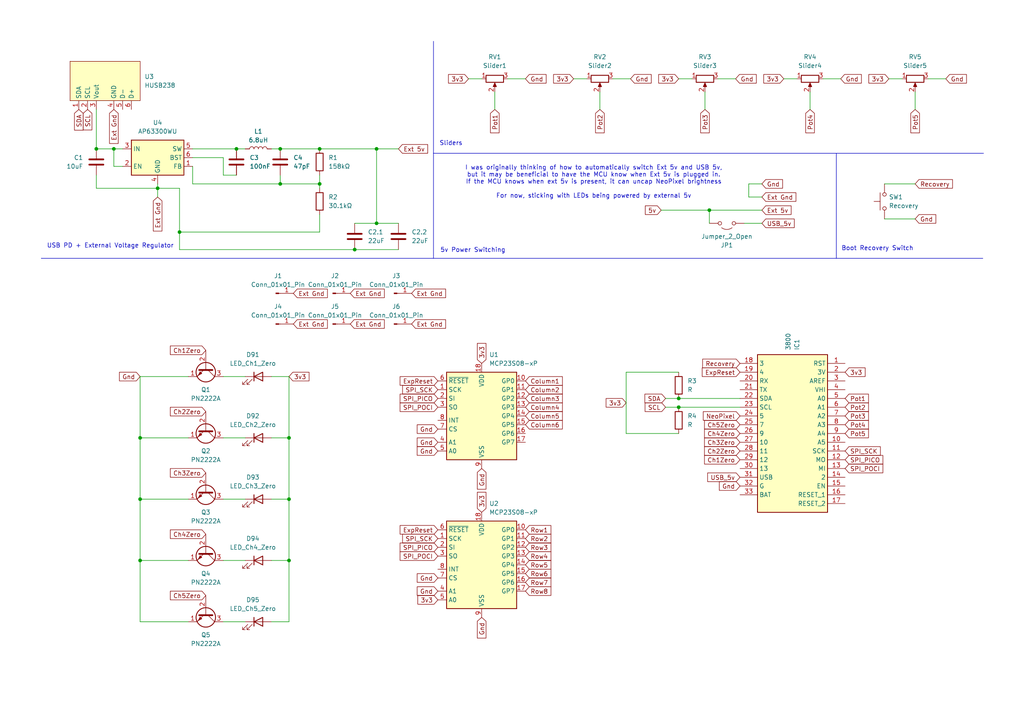
<source format=kicad_sch>
(kicad_sch (version 20231120) (generator "eeschema") (generator_version "8.0")
  (paper "A4")
  (lib_symbols
    (symbol "Connector:Conn_01x01_Pin" (pin_names (offset 1.016) hide)
      (property "Reference" "J" (at 0 2.54 0))
      (property "Value" "Conn_01x01_Pin" (at 0 -2.54 0))
      (symbol "Conn_01x01_Pin_1_1"
        (polyline (pts (xy 1.27 0) (xy 0.8636 0)) (stroke (width 0.1524)))
        (rectangle (start 0.8636 0.127) (end 0 -0.127) (stroke (width 0.1524)) (fill (type outline)))
        (pin passive line (at 5.08 0 180) (length 3.81) (name "Pin_1") (number "1"))
      )
    )
    (symbol "ControlMixer:AP63300WU"
      (property "Reference" "U" (at -7.62 6.35 0))
      (property "Value" "AP63300WU" (at 2.54 6.35 0))
      (symbol "AP63300WU_0_1"
        (rectangle (start -7.62 5.08) (end 7.62 -5.08) (stroke (width 0.254)) (fill (type background)))
      )
      (symbol "AP63300WU_1_1"
        (pin input line (at 10.16 -2.54 180) (length 2.54) (name "FB") (number "1"))
        (pin input line (at -10.16 -2.54 0) (length 2.54) (name "EN") (number "2"))
        (pin power_in line (at -10.16 2.54 0) (length 2.54) (name "IN") (number "3"))
        (pin power_in line (at 0 -7.62 90) (length 2.54) (name "GND") (number "4"))
        (pin output line (at 10.16 2.54 180) (length 2.54) (name "SW") (number "5"))
        (pin passive line (at 10.16 0 180) (length 2.54) (name "BST") (number "6"))
      )
    )
    (symbol "ControlMixer:Adafruit_HUSB238"
      (property "Reference" "U3" (at 11.43 -5.7149 0))
      (property "Value" "HUSB238" (at 11.43 -8.2549 0))
      (symbol "Adafruit_HUSB238_0_1"
        (rectangle (start -10.16 -1.27) (end 10.16 -12.7) (fill (type background)))
      )
      (symbol "Adafruit_HUSB238_1_1"
        (pin bidirectional line (at -7.62 -15.24 90) (length 2.54) (name "SDA") (number "1"))
        (pin input line (at -5.08 -15.24 90) (length 2.54) (name "SCL") (number "2"))
        (pin power_out line (at -2.54 -15.24 90) (length 2.54) (name "Vout") (number "3"))
        (pin power_in line (at 2.54 -15.24 90) (length 2.54) (name "GND") (number "4"))
        (pin bidirectional line (at 5.08 -15.24 90) (length 2.54) (name "D-") (number "5"))
        (pin bidirectional line (at 7.62 -15.24 90) (length 2.54) (name "D+") (number "6"))
      )
    )
    (symbol "ControlMixer:MCP23S08-xP"
      (property "Reference" "U" (at -8.89 13.97 0))
      (property "Value" "MCP23S08-xP" (at 8.89 13.97 0))
      (symbol "MCP23S08-xP_0_1"
        (rectangle (start -10.16 12.7) (end 10.16 -12.7) (stroke (width 0.254)) (fill (type background)))
      )
      (symbol "MCP23S08-xP_1_1"
        (pin input line (at -12.7 7.62 0) (length 2.54) (name "SCK") (number "1"))
        (pin bidirectional line (at 12.7 10.16 180) (length 2.54) (name "GP0") (number "10"))
        (pin bidirectional line (at 12.7 7.62 180) (length 2.54) (name "GP1") (number "11"))
        (pin bidirectional line (at 12.7 5.08 180) (length 2.54) (name "GP2") (number "12"))
        (pin bidirectional line (at 12.7 2.54 180) (length 2.54) (name "GP3") (number "13"))
        (pin bidirectional line (at 12.7 0 180) (length 2.54) (name "GP4") (number "14"))
        (pin bidirectional line (at 12.7 -2.54 180) (length 2.54) (name "GP5") (number "15"))
        (pin bidirectional line (at 12.7 -5.08 180) (length 2.54) (name "GP6") (number "16"))
        (pin bidirectional line (at 12.7 -7.62 180) (length 2.54) (name "GP7") (number "17"))
        (pin power_in line (at 0 15.24 270) (length 2.54) (name "VDD") (number "18"))
        (pin input line (at -12.7 5.08 0) (length 2.54) (name "SI") (number "2"))
        (pin output line (at -12.7 2.54 0) (length 2.54) (name "SO") (number "3"))
        (pin input line (at -12.7 -7.62 0) (length 2.54) (name "A1") (number "4"))
        (pin input line (at -12.7 -10.16 0) (length 2.54) (name "A0") (number "5"))
        (pin input line (at -12.7 10.16 0) (length 2.54) (name "~{RESET}") (number "6"))
        (pin input line (at -12.7 -3.81 0) (length 2.54) (name "CS") (number "7"))
        (pin output line (at -12.7 -1.27 0) (length 2.54) (name "INT") (number "8"))
        (pin power_in line (at 0 -15.24 90) (length 2.54) (name "VSS") (number "9"))
      )
    )
    (symbol "Device:C" (pin_numbers hide) (pin_names (offset 0.254))
      (property "Reference" "C" (at 0.635 2.54 0))
      (property "Value" "C" (at 0.635 -2.54 0))
      (symbol "C_0_1"
        (polyline (pts (xy -2.032 -0.762) (xy 2.032 -0.762)) (stroke (width 0.508)))
        (polyline (pts (xy -2.032 0.762) (xy 2.032 0.762)) (stroke (width 0.508)))
      )
      (symbol "C_1_1"
        (pin passive line (at 0 3.81 270) (length 2.794) (name "~") (number "1"))
        (pin passive line (at 0 -3.81 90) (length 2.794) (name "~") (number "2"))
      )
    )
    (symbol "Device:L" (pin_numbers hide) (pin_names (offset 1.016) hide)
      (property "Reference" "L" (at -1.27 0 90))
      (property "Value" "L" (at 1.905 0 90))
      (symbol "L_0_1"
        (arc (start 0 -2.54) (mid 0.6323 -1.905) (end 0 -1.27))
        (arc (start 0 -1.27) (mid 0.6323 -0.635) (end 0 0))
        (arc (start 0 0) (mid 0.6323 0.635) (end 0 1.27))
        (arc (start 0 1.27) (mid 0.6323 1.905) (end 0 2.54))
      )
      (symbol "L_1_1"
        (pin passive line (at 0 3.81 270) (length 1.27) (name "1") (number "1"))
        (pin passive line (at 0 -3.81 90) (length 1.27) (name "2") (number "2"))
      )
    )
    (symbol "Device:LED" (pin_numbers hide) (pin_names (offset 1.016) hide)
      (property "Reference" "D" (at 0 2.54 0))
      (property "Value" "LED" (at 0 -2.54 0))
      (symbol "LED_0_1"
        (polyline (pts (xy -1.27 -1.27) (xy -1.27 1.27)) (stroke (width 0.254)))
        (polyline (pts (xy -1.27 0) (xy 1.27 0)))
        (polyline (pts (xy 1.27 -1.27) (xy 1.27 1.27) (xy -1.27 0) (xy 1.27 -1.27)) (stroke (width 0.254)))
        (polyline (pts (xy -3.048 -0.762) (xy -4.572 -2.286) (xy -3.81 -2.286) (xy -4.572 -2.286) (xy -4.572 -1.524)))
        (polyline (pts (xy -1.778 -0.762) (xy -3.302 -2.286) (xy -2.54 -2.286) (xy -3.302 -2.286) (xy -3.302 -1.524)))
      )
      (symbol "LED_1_1"
        (pin passive line (at -3.81 0 0) (length 2.54) (name "K") (number "1"))
        (pin passive line (at 3.81 0 180) (length 2.54) (name "A") (number "2"))
      )
    )
    (symbol "Device:R" (pin_numbers hide) (pin_names (offset 0))
      (property "Reference" "R" (at 2.032 0 90))
      (property "Value" "R" (at 0 0 90))
      (symbol "R_0_1"
        (rectangle (start -1.016 -2.54) (end 1.016 2.54) (stroke (width 0.254)))
      )
      (symbol "R_1_1"
        (pin passive line (at 0 3.81 270) (length 1.27) (name "~") (number "1"))
        (pin passive line (at 0 -3.81 90) (length 1.27) (name "~") (number "2"))
      )
    )
    (symbol "Device:R_Potentiometer" (pin_names (offset 1.016) hide)
      (property "Reference" "RV" (at -4.445 0 90))
      (property "Value" "R_Potentiometer" (at -2.54 0 90))
      (symbol "R_Potentiometer_0_1"
        (polyline (pts (xy 2.54 0) (xy 1.524 0)))
        (polyline (pts (xy 1.143 0) (xy 2.286 0.508) (xy 2.286 -0.508) (xy 1.143 0)) (fill (type outline)))
        (rectangle (start 1.016 2.54) (end -1.016 -2.54) (stroke (width 0.254)))
      )
      (symbol "R_Potentiometer_1_1"
        (pin passive line (at 0 3.81 270) (length 1.27) (name "1") (number "1"))
        (pin passive line (at 3.81 0 180) (length 1.27) (name "2") (number "2"))
        (pin passive line (at 0 -3.81 90) (length 1.27) (name "3") (number "3"))
      )
    )
    (symbol "Jumper:Jumper_2_Open" (pin_numbers hide) (pin_names (offset 0) hide) (exclude_from_sim yes)
      (property "Reference" "JP" (at 0 2.794 0))
      (property "Value" "Jumper_2_Open" (at 0 -2.286 0))
      (symbol "Jumper_2_Open_0_0"
        (circle (center -2.032 0) (radius 0.508))
        (circle (center 2.032 0) (radius 0.508))
      )
      (symbol "Jumper_2_Open_0_1"
        (arc (start 1.524 1.27) (mid 0 1.778) (end -1.524 1.27))
      )
      (symbol "Jumper_2_Open_1_1"
        (pin passive line (at -5.08 0 0) (length 2.54) (name "A") (number "1"))
        (pin passive line (at 5.08 0 180) (length 2.54) (name "B") (number "2"))
      )
    )
    (symbol "SamacSys_Parts:3800"
      (property "Reference" "IC" (at 26.67 7.62 0))
      (property "Value" "3800" (at 26.67 5.08 0))
      (symbol "3800_1_1"
        (rectangle (start 5.08 2.54) (end 25.4 -43.18) (stroke (width 0.254)) (fill (type background)))
        (pin passive line (at 0 0 0) (length 5.08) (name "RST") (number "1"))
        (pin passive line (at 0 -22.86 0) (length 5.08) (name "A5") (number "10"))
        (pin passive line (at 0 -25.4 0) (length 5.08) (name "SCK") (number "11"))
        (pin passive line (at 0 -27.94 0) (length 5.08) (name "MO") (number "12"))
        (pin passive line (at 0 -30.48 0) (length 5.08) (name "MI") (number "13"))
        (pin passive line (at 0 -33.02 0) (length 5.08) (name "2") (number "14"))
        (pin passive line (at 0 -35.56 0) (length 5.08) (name "EN") (number "15"))
        (pin passive line (at 0 -38.1 0) (length 5.08) (name "RESET_1") (number "16"))
        (pin passive line (at 0 -40.64 0) (length 5.08) (name "RESET_2") (number "17"))
        (pin passive line (at 30.48 0 180) (length 5.08) (name "3") (number "18"))
        (pin passive line (at 30.48 -2.54 180) (length 5.08) (name "4") (number "19"))
        (pin passive line (at 0 -2.54 0) (length 5.08) (name "3V") (number "2"))
        (pin passive line (at 30.48 -5.08 180) (length 5.08) (name "RX") (number "20"))
        (pin passive line (at 30.48 -7.62 180) (length 5.08) (name "TX") (number "21"))
        (pin passive line (at 30.48 -10.16 180) (length 5.08) (name "SDA") (number "22"))
        (pin passive line (at 30.48 -12.7 180) (length 5.08) (name "SCL") (number "23"))
        (pin passive line (at 30.48 -15.24 180) (length 5.08) (name "5") (number "24"))
        (pin passive line (at 30.48 -17.78 180) (length 5.08) (name "7") (number "25"))
        (pin passive line (at 30.48 -20.32 180) (length 5.08) (name "9") (number "26"))
        (pin passive line (at 30.48 -22.86 180) (length 5.08) (name "10") (number "27"))
        (pin passive line (at 30.48 -25.4 180) (length 5.08) (name "11") (number "28"))
        (pin passive line (at 30.48 -27.94 180) (length 5.08) (name "12") (number "29"))
        (pin passive line (at 0 -5.08 0) (length 5.08) (name "AREF") (number "3"))
        (pin passive line (at 30.48 -30.48 180) (length 5.08) (name "13") (number "30"))
        (pin passive line (at 30.48 -33.02 180) (length 5.08) (name "USB") (number "31"))
        (pin passive line (at 30.48 -35.56 180) (length 5.08) (name "G") (number "32"))
        (pin passive line (at 30.48 -38.1 180) (length 5.08) (name "BAT") (number "33"))
        (pin passive line (at 0 -7.62 0) (length 5.08) (name "VHI") (number "4"))
        (pin passive line (at 0 -10.16 0) (length 5.08) (name "A0") (number "5"))
        (pin passive line (at 0 -12.7 0) (length 5.08) (name "A1") (number "6"))
        (pin passive line (at 0 -15.24 0) (length 5.08) (name "A2") (number "7"))
        (pin passive line (at 0 -17.78 0) (length 5.08) (name "A3") (number "8"))
        (pin passive line (at 0 -20.32 0) (length 5.08) (name "A4") (number "9"))
      )
    )
    (symbol "Switch:SW_Push" (pin_numbers hide) (pin_names (offset 1.016) hide)
      (property "Reference" "SW" (at 1.27 2.54 0))
      (property "Value" "SW_Push" (at 0 -1.524 0))
      (symbol "SW_Push_0_1"
        (circle (center -2.032 0) (radius 0.508))
        (polyline (pts (xy 0 1.27) (xy 0 3.048)))
        (polyline (pts (xy 2.54 1.27) (xy -2.54 1.27)))
        (circle (center 2.032 0) (radius 0.508))
        (pin passive line (at -5.08 0 0) (length 2.54) (name "1") (number "1"))
        (pin passive line (at 5.08 0 180) (length 2.54) (name "2") (number "2"))
      )
    )
    (symbol "Transistor_BJT:PN2222A" (pin_names (offset 0) hide)
      (property "Reference" "Q" (at 5.08 1.905 0))
      (property "Value" "PN2222A" (at 5.08 0 0))
      (symbol "PN2222A_0_1"
        (polyline (pts (xy 0 0) (xy 0.635 0)))
        (polyline (pts (xy 2.54 -2.54) (xy 0.635 -0.635)))
        (polyline (pts (xy 2.54 2.54) (xy 0.635 0.635)))
        (polyline (pts (xy 0.635 1.905) (xy 0.635 -1.905) (xy 0.635 -1.905)) (stroke (width 0.508)))
        (polyline (pts (xy 2.413 -2.413) (xy 1.905 -1.905) (xy 1.905 -1.905)))
        (polyline (pts (xy 1.143 -1.651) (xy 1.651 -1.143) (xy 2.159 -2.159) (xy 1.143 -1.651) (xy 1.143 -1.651)) (fill (type outline)))
        (circle (center 1.27 0) (radius 2.8194) (stroke (width 0.254)))
      )
      (symbol "PN2222A_1_1"
        (pin passive line (at 2.54 -5.08 90) (length 2.54) (name "E") (number "1"))
        (pin input line (at -5.08 0 0) (length 5.08) (name "B") (number "2"))
        (pin passive line (at 2.54 5.08 270) (length 2.54) (name "C") (number "3"))
      )
    )
  )
  (junction (at 109.22 43.18))
  (junction (at 109.22 64.77))
  (junction (at 33.02 43.18))
  (junction (at 81.28 53.34))
  (junction (at 68.58 43.18))
  (junction (at 83.82 162.56))
  (junction (at 102.87 72.39))
  (junction (at 92.71 43.18))
  (junction (at 196.85 115.57))
  (junction (at 83.82 144.78))
  (junction (at 40.64 144.78))
  (junction (at 83.82 127))
  (junction (at 52.07 67.31))
  (junction (at 27.94 43.18))
  (junction (at 196.85 118.11))
  (junction (at 45.72 54.61))
  (junction (at 40.64 127))
  (junction (at 205.74 60.96))
  (junction (at 81.28 43.18))
  (junction (at 40.64 162.56))
  (junction (at 92.71 53.34))
  (wire (pts (xy 135.89 22.86) (xy 139.7 22.86)))
  (wire (pts (xy 78.74 43.18) (xy 81.28 43.18)))
  (wire (pts (xy 35.56 48.26) (xy 33.02 48.26)))
  (wire (pts (xy 265.43 53.34) (xy 256.54 53.34)))
  (wire (pts (xy 52.07 54.61) (xy 45.72 54.61)))
  (wire (pts (xy 234.95 26.67) (xy 234.95 31.75)))
  (wire (pts (xy 40.64 144.78) (xy 40.64 162.56)))
  (wire (pts (xy 205.74 60.96) (xy 205.74 64.77)))
  (wire (pts (xy 83.82 162.56) (xy 83.82 180.34)))
  (polyline (pts (xy 12.0195 74.8846) (xy 12.0195 74.93)))
  (wire (pts (xy 217.17 57.15) (xy 220.98 57.15)))
  (wire (pts (xy 147.32 22.86) (xy 152.4 22.86)))
  (wire (pts (xy 40.64 162.56) (xy 54.61 162.56)))
  (wire (pts (xy 52.07 67.31) (xy 52.07 54.61)))
  (wire (pts (xy 81.28 53.34) (xy 92.71 53.34)))
  (wire (pts (xy 78.74 109.22) (xy 83.82 109.22)))
  (wire (pts (xy 40.64 127) (xy 54.61 127)))
  (polyline (pts (xy 285.2678 44.45) (xy 125.73 44.45)))
  (wire (pts (xy 92.71 43.18) (xy 109.22 43.18)))
  (wire (pts (xy 52.07 72.39) (xy 52.07 67.31)))
  (wire (pts (xy 83.82 180.34) (xy 78.74 180.34)))
  (wire (pts (xy 191.77 60.96) (xy 205.74 60.96)))
  (wire (pts (xy 109.22 43.18) (xy 109.22 64.77)))
  (wire (pts (xy 83.82 127) (xy 83.82 144.78)))
  (wire (pts (xy 40.64 109.22) (xy 40.64 127)))
  (wire (pts (xy 27.94 31.75) (xy 27.94 43.18)))
  (wire (pts (xy 40.64 180.34) (xy 54.61 180.34)))
  (wire (pts (xy 55.88 43.18) (xy 68.58 43.18)))
  (wire (pts (xy 238.76 22.86) (xy 243.84 22.86)))
  (wire (pts (xy 64.77 144.78) (xy 71.12 144.78)))
  (wire (pts (xy 81.28 43.18) (xy 92.71 43.18)))
  (polyline (pts (xy 242.57 74.93) (xy 285.0695 74.93)))
  (wire (pts (xy 205.74 60.96) (xy 220.98 60.96)))
  (wire (pts (xy 193.04 115.57) (xy 196.85 115.57)))
  (wire (pts (xy 269.24 22.86) (xy 274.32 22.86)))
  (polyline (pts (xy 125.73 74.93) (xy 12.0195 74.93)))
  (wire (pts (xy 64.77 50.8) (xy 68.58 50.8)))
  (wire (pts (xy 40.64 144.78) (xy 54.61 144.78)))
  (wire (pts (xy 102.87 72.39) (xy 52.07 72.39)))
  (wire (pts (xy 92.71 62.23) (xy 92.71 67.31)))
  (wire (pts (xy 173.99 26.67) (xy 173.99 31.75)))
  (wire (pts (xy 208.28 22.86) (xy 213.36 22.86)))
  (wire (pts (xy 166.37 22.86) (xy 170.18 22.86)))
  (wire (pts (xy 83.82 144.78) (xy 83.82 162.56)))
  (wire (pts (xy 27.94 50.8) (xy 27.94 54.61)))
  (wire (pts (xy 64.77 162.56) (xy 71.12 162.56)))
  (wire (pts (xy 143.51 26.67) (xy 143.51 31.75)))
  (wire (pts (xy 92.71 53.34) (xy 92.71 54.61)))
  (wire (pts (xy 55.88 53.34) (xy 81.28 53.34)))
  (wire (pts (xy 83.82 109.22) (xy 83.82 127)))
  (wire (pts (xy 217.17 53.34) (xy 217.17 57.15)))
  (wire (pts (xy 265.43 26.67) (xy 265.43 31.75)))
  (wire (pts (xy 45.72 54.61) (xy 45.72 53.34)))
  (wire (pts (xy 55.88 48.26) (xy 55.88 53.34)))
  (wire (pts (xy 64.77 109.22) (xy 71.12 109.22)))
  (wire (pts (xy 193.04 118.11) (xy 196.85 118.11)))
  (polyline (pts (xy 125.73 74.93) (xy 242.57 74.93)))
  (wire (pts (xy 64.77 45.72) (xy 64.77 50.8)))
  (wire (pts (xy 177.8 22.86) (xy 182.88 22.86)))
  (wire (pts (xy 196.85 115.57) (xy 214.63 115.57)))
  (wire (pts (xy 196.85 125.73) (xy 181.61 125.73)))
  (wire (pts (xy 33.02 43.18) (xy 35.56 43.18)))
  (wire (pts (xy 71.12 43.18) (xy 68.58 43.18)))
  (wire (pts (xy 64.77 127) (xy 71.12 127)))
  (wire (pts (xy 227.33 22.86) (xy 231.14 22.86)))
  (wire (pts (xy 220.98 53.34) (xy 217.17 53.34)))
  (wire (pts (xy 33.02 48.26) (xy 33.02 43.18)))
  (wire (pts (xy 196.85 118.11) (xy 214.63 118.11)))
  (wire (pts (xy 92.71 50.8) (xy 92.71 53.34)))
  (wire (pts (xy 78.74 127) (xy 83.82 127)))
  (wire (pts (xy 27.94 54.61) (xy 45.72 54.61)))
  (wire (pts (xy 27.94 43.18) (xy 33.02 43.18)))
  (wire (pts (xy 181.61 107.95) (xy 196.85 107.95)))
  (wire (pts (xy 78.74 162.56) (xy 83.82 162.56)))
  (wire (pts (xy 81.28 50.8) (xy 81.28 53.34)))
  (wire (pts (xy 102.87 72.39) (xy 115.57 72.39)))
  (wire (pts (xy 196.85 22.86) (xy 200.66 22.86)))
  (wire (pts (xy 181.61 107.95) (xy 181.61 125.73)))
  (polyline (pts (xy 125.73 11.9737) (xy 125.73 44.45)))
  (wire (pts (xy 40.64 109.22) (xy 54.61 109.22)))
  (polyline (pts (xy 242.57 44.45) (xy 242.57 74.93)))
  (wire (pts (xy 257.81 22.86) (xy 261.62 22.86)))
  (wire (pts (xy 256.54 63.5) (xy 265.43 63.5)))
  (wire (pts (xy 109.22 43.18) (xy 115.57 43.18)))
  (polyline (pts (xy 125.73 44.45) (xy 125.73 74.93)))
  (wire (pts (xy 92.71 67.31) (xy 52.07 67.31)))
  (wire (pts (xy 109.22 64.77) (xy 115.57 64.77)))
  (wire (pts (xy 204.47 26.67) (xy 204.47 31.75)))
  (wire (pts (xy 40.64 162.56) (xy 40.64 180.34)))
  (wire (pts (xy 55.88 45.72) (xy 64.77 45.72)))
  (wire (pts (xy 78.74 144.78) (xy 83.82 144.78)))
  (wire (pts (xy 40.64 127) (xy 40.64 144.78)))
  (wire (pts (xy 215.9 64.77) (xy 220.98 64.77)))
  (wire (pts (xy 45.72 57.15) (xy 45.72 54.61)))
  (wire (pts (xy 102.87 64.77) (xy 109.22 64.77)))
  (wire (pts (xy 64.77 180.34) (xy 71.12 180.34)))
  (text "Sliders" (at 130.81 41.656 0) (effects (font (size 1.27 1.27))))
  (text "Boot Recovery Switch" (at 254.508 72.136 0) (effects (font (size 1.27 1.27))))
  (text "I was originally thinking of how to automatically switch Ext 5v and USB 5v,\nbut it may be beneficial to have the MCU know when Ext 5v is plugged in.\nIf the MCU knows when ext 5v is present, it can uncap NeoPixel brightness\n\nFor now, sticking with LEDs being powered by external 5v" (at 172.212 52.832 0) (effects (font (size 1.27 1.27))))
  (text "5v Power Switching" (at 137.16 72.644 0) (effects (font (size 1.27 1.27))))
  (text "USB PD + External Voltage Regulator" (at 32.004 71.374 0) (effects (font (size 1.27 1.27))))
  (global_label "Gnd" (shape input) (at 243.84 22.86 0) (property "Intersheetrefs" "${INTERSHEET_REFS}" (effects (hide yes))))
  (global_label "SPI_POCI" (shape input) (at 127 118.11 180) (property "Intersheetrefs" "${INTERSHEET_REFS}" (effects (hide yes))))
  (global_label "Row5" (shape input) (at 152.4 163.83 0) (property "Intersheetrefs" "${INTERSHEET_REFS}" (effects (hide yes))))
  (global_label "Pot5" (shape input) (at 265.43 31.75 270) (property "Intersheetrefs" "${INTERSHEET_REFS}" (effects (hide yes))))
  (global_label "Column3" (shape input) (at 152.4 115.57 0) (property "Intersheetrefs" "${INTERSHEET_REFS}" (effects (hide yes))))
  (global_label "Ch2Zero" (shape input) (at 214.63 130.81 180) (property "Intersheetrefs" "${INTERSHEET_REFS}" (effects (hide yes))))
  (global_label "Pot3" (shape input) (at 245.11 120.65 0) (property "Intersheetrefs" "${INTERSHEET_REFS}" (effects (hide yes))))
  (global_label "SPI_SCK" (shape input) (at 127 113.03 180) (property "Intersheetrefs" "${INTERSHEET_REFS}" (effects (hide yes))))
  (global_label "Ext Gnd" (shape input) (at 45.72 57.15 270) (property "Intersheetrefs" "${INTERSHEET_REFS}" (effects (hide yes))))
  (global_label "Pot4" (shape input) (at 245.11 123.19 0) (property "Intersheetrefs" "${INTERSHEET_REFS}" (effects (hide yes))))
  (global_label "5v" (shape input) (at 191.77 60.96 180) (property "Intersheetrefs" "${INTERSHEET_REFS}" (effects (hide yes))))
  (global_label "NeoPixel" (shape input) (at 214.63 120.65 180) (property "Intersheetrefs" "${INTERSHEET_REFS}" (effects (hide yes))))
  (global_label "Ext Gnd" (shape input) (at 33.02 31.75 270) (property "Intersheetrefs" "${INTERSHEET_REFS}" (effects (hide yes))))
  (global_label "ExpReset" (shape input) (at 127 153.67 180) (property "Intersheetrefs" "${INTERSHEET_REFS}" (effects (hide yes))))
  (global_label "Ch2Zero" (shape input) (at 59.69 119.38 180) (property "Intersheetrefs" "${INTERSHEET_REFS}" (effects (hide yes))))
  (global_label "Ext Gnd" (shape input) (at 85.09 93.98 0) (property "Intersheetrefs" "${INTERSHEET_REFS}" (effects (hide yes))))
  (global_label "Gnd" (shape input) (at 127 130.81 180) (property "Intersheetrefs" "${INTERSHEET_REFS}" (effects (hide yes))))
  (global_label "SCL" (shape input) (at 193.04 118.11 180) (property "Intersheetrefs" "${INTERSHEET_REFS}" (effects (hide yes))))
  (global_label "Ext Gnd" (shape input) (at 119.38 85.09 0) (property "Intersheetrefs" "${INTERSHEET_REFS}" (effects (hide yes))))
  (global_label "Gnd" (shape input) (at 265.43 63.5 0) (property "Intersheetrefs" "${INTERSHEET_REFS}" (effects (hide yes))))
  (global_label "SPI_PICO" (shape input) (at 127 115.57 180) (property "Intersheetrefs" "${INTERSHEET_REFS}" (effects (hide yes))))
  (global_label "Row2" (shape input) (at 152.4 156.21 0) (property "Intersheetrefs" "${INTERSHEET_REFS}" (effects (hide yes))))
  (global_label "Pot3" (shape input) (at 204.47 31.75 270) (property "Intersheetrefs" "${INTERSHEET_REFS}" (effects (hide yes))))
  (global_label "3v3" (shape input) (at 227.33 22.86 180) (property "Intersheetrefs" "${INTERSHEET_REFS}" (effects (hide yes))))
  (global_label "Column4" (shape input) (at 152.4 118.11 0) (property "Intersheetrefs" "${INTERSHEET_REFS}" (effects (hide yes))))
  (global_label "Pot2" (shape input) (at 245.11 118.11 0) (property "Intersheetrefs" "${INTERSHEET_REFS}" (effects (hide yes))))
  (global_label "Gnd" (shape input) (at 139.7 135.89 270) (property "Intersheetrefs" "${INTERSHEET_REFS}" (effects (hide yes))))
  (global_label "Row8" (shape input) (at 152.4 171.45 0) (property "Intersheetrefs" "${INTERSHEET_REFS}" (effects (hide yes))))
  (global_label "Gnd" (shape input) (at 152.4 22.86 0) (property "Intersheetrefs" "${INTERSHEET_REFS}" (effects (hide yes))))
  (global_label "Column2" (shape input) (at 152.4 113.03 0) (property "Intersheetrefs" "${INTERSHEET_REFS}" (effects (hide yes))))
  (global_label "Gnd" (shape input) (at 127 124.46 180) (property "Intersheetrefs" "${INTERSHEET_REFS}" (effects (hide yes))))
  (global_label "USB_5v" (shape input) (at 214.63 138.43 180) (property "Intersheetrefs" "${INTERSHEET_REFS}" (effects (hide yes))))
  (global_label "Gnd" (shape input) (at 40.64 109.22 180) (property "Intersheetrefs" "${INTERSHEET_REFS}" (effects (hide yes))))
  (global_label "Pot1" (shape input) (at 245.11 115.57 0) (property "Intersheetrefs" "${INTERSHEET_REFS}" (effects (hide yes))))
  (global_label "SPI_POCI" (shape input) (at 127 161.29 180) (property "Intersheetrefs" "${INTERSHEET_REFS}" (effects (hide yes))))
  (global_label "SCL" (shape input) (at 25.4 31.75 270) (property "Intersheetrefs" "${INTERSHEET_REFS}" (effects (hide yes))))
  (global_label "Row7" (shape input) (at 152.4 168.91 0) (property "Intersheetrefs" "${INTERSHEET_REFS}" (effects (hide yes))))
  (global_label "Pot5" (shape input) (at 245.11 125.73 0) (property "Intersheetrefs" "${INTERSHEET_REFS}" (effects (hide yes))))
  (global_label "Column1" (shape input) (at 152.4 110.49 0) (property "Intersheetrefs" "${INTERSHEET_REFS}" (effects (hide yes))))
  (global_label "Gnd" (shape input) (at 274.32 22.86 0) (property "Intersheetrefs" "${INTERSHEET_REFS}" (effects (hide yes))))
  (global_label "Ch1Zero" (shape input) (at 214.63 133.35 180) (property "Intersheetrefs" "${INTERSHEET_REFS}" (effects (hide yes))))
  (global_label "Gnd" (shape input) (at 220.98 53.34 0) (property "Intersheetrefs" "${INTERSHEET_REFS}" (effects (hide yes))))
  (global_label "SPI_SCK" (shape input) (at 127 156.21 180) (property "Intersheetrefs" "${INTERSHEET_REFS}" (effects (hide yes))))
  (global_label "Gnd" (shape input) (at 182.88 22.86 0) (property "Intersheetrefs" "${INTERSHEET_REFS}" (effects (hide yes))))
  (global_label "Ext Gnd" (shape input) (at 101.6 93.98 0) (property "Intersheetrefs" "${INTERSHEET_REFS}" (effects (hide yes))))
  (global_label "Ext Gnd" (shape input) (at 119.38 93.98 0) (property "Intersheetrefs" "${INTERSHEET_REFS}" (effects (hide yes))))
  (global_label "Ch3Zero" (shape input) (at 214.63 128.27 180) (property "Intersheetrefs" "${INTERSHEET_REFS}" (effects (hide yes))))
  (global_label "3v3" (shape input) (at 139.7 105.41 90) (property "Intersheetrefs" "${INTERSHEET_REFS}" (effects (hide yes))))
  (global_label "3v3" (shape input) (at 245.11 107.95 0) (property "Intersheetrefs" "${INTERSHEET_REFS}" (effects (hide yes))))
  (global_label "Ch4Zero" (shape input) (at 214.63 125.73 180) (property "Intersheetrefs" "${INTERSHEET_REFS}" (effects (hide yes))))
  (global_label "3v3" (shape input) (at 166.37 22.86 180) (property "Intersheetrefs" "${INTERSHEET_REFS}" (effects (hide yes))))
  (global_label "Recovery" (shape input) (at 214.63 105.41 180) (property "Intersheetrefs" "${INTERSHEET_REFS}" (effects (hide yes))))
  (global_label "Row1" (shape input) (at 152.4 153.67 0) (property "Intersheetrefs" "${INTERSHEET_REFS}" (effects (hide yes))))
  (global_label "Recovery" (shape input) (at 265.43 53.34 0) (property "Intersheetrefs" "${INTERSHEET_REFS}" (effects (hide yes))))
  (global_label "3v3" (shape input) (at 196.85 22.86 180) (property "Intersheetrefs" "${INTERSHEET_REFS}" (effects (hide yes))))
  (global_label "3v3" (shape input) (at 139.7 148.59 90) (property "Intersheetrefs" "${INTERSHEET_REFS}" (effects (hide yes))))
  (global_label "3v3" (shape input) (at 181.61 116.84 180) (property "Intersheetrefs" "${INTERSHEET_REFS}" (effects (hide yes))))
  (global_label "SDA" (shape input) (at 22.86 31.75 270) (property "Intersheetrefs" "${INTERSHEET_REFS}" (effects (hide yes))))
  (global_label "USB_5v" (shape input) (at 220.98 64.77 0) (property "Intersheetrefs" "${INTERSHEET_REFS}" (effects (hide yes))))
  (global_label "Column6" (shape input) (at 152.4 123.19 0) (property "Intersheetrefs" "${INTERSHEET_REFS}" (effects (hide yes))))
  (global_label "Ch4Zero" (shape input) (at 59.69 154.94 180) (property "Intersheetrefs" "${INTERSHEET_REFS}" (effects (hide yes))))
  (global_label "Gnd" (shape input) (at 139.7 179.07 270) (property "Intersheetrefs" "${INTERSHEET_REFS}" (effects (hide yes))))
  (global_label "Pot1" (shape input) (at 143.51 31.75 270) (property "Intersheetrefs" "${INTERSHEET_REFS}" (effects (hide yes))))
  (global_label "ExpReset" (shape input) (at 214.63 107.95 180) (property "Intersheetrefs" "${INTERSHEET_REFS}" (effects (hide yes))))
  (global_label "3v3" (shape input) (at 257.81 22.86 180) (property "Intersheetrefs" "${INTERSHEET_REFS}" (effects (hide yes))))
  (global_label "Gnd" (shape input) (at 213.36 22.86 0) (property "Intersheetrefs" "${INTERSHEET_REFS}" (effects (hide yes))))
  (global_label "SPI_POCI" (shape input) (at 245.11 135.89 0) (property "Intersheetrefs" "${INTERSHEET_REFS}" (effects (hide yes))))
  (global_label "Pot4" (shape input) (at 234.95 31.75 270) (property "Intersheetrefs" "${INTERSHEET_REFS}" (effects (hide yes))))
  (global_label "Gnd" (shape input) (at 127 128.27 180) (property "Intersheetrefs" "${INTERSHEET_REFS}" (effects (hide yes))))
  (global_label "Gnd" (shape input) (at 127 171.45 180) (property "Intersheetrefs" "${INTERSHEET_REFS}" (effects (hide yes))))
  (global_label "3v3" (shape input) (at 83.82 109.22 0) (property "Intersheetrefs" "${INTERSHEET_REFS}" (effects (hide yes))))
  (global_label "3v3" (shape input) (at 127 173.99 180) (property "Intersheetrefs" "${INTERSHEET_REFS}" (effects (hide yes))))
  (global_label "Row4" (shape input) (at 152.4 161.29 0) (property "Intersheetrefs" "${INTERSHEET_REFS}" (effects (hide yes))))
  (global_label "ExpReset" (shape input) (at 127 110.49 180) (property "Intersheetrefs" "${INTERSHEET_REFS}" (effects (hide yes))))
  (global_label "Row3" (shape input) (at 152.4 158.75 0) (property "Intersheetrefs" "${INTERSHEET_REFS}" (effects (hide yes))))
  (global_label "Gnd" (shape input) (at 127 167.64 180) (property "Intersheetrefs" "${INTERSHEET_REFS}" (effects (hide yes))))
  (global_label "3v3" (shape input) (at 135.89 22.86 180) (property "Intersheetrefs" "${INTERSHEET_REFS}" (effects (hide yes))))
  (global_label "Gnd" (shape input) (at 214.63 140.97 180) (property "Intersheetrefs" "${INTERSHEET_REFS}" (effects (hide yes))))
  (global_label "Ext Gnd" (shape input) (at 220.98 57.15 0) (property "Intersheetrefs" "${INTERSHEET_REFS}" (effects (hide yes))))
  (global_label "SPI_PICO" (shape input) (at 127 158.75 180) (property "Intersheetrefs" "${INTERSHEET_REFS}" (effects (hide yes))))
  (global_label "Ch1Zero" (shape input) (at 59.69 101.6 180) (property "Intersheetrefs" "${INTERSHEET_REFS}" (effects (hide yes))))
  (global_label "Ch5Zero" (shape input) (at 59.69 172.72 180) (property "Intersheetrefs" "${INTERSHEET_REFS}" (effects (hide yes))))
  (global_label "Ext Gnd" (shape input) (at 85.09 85.09 0) (property "Intersheetrefs" "${INTERSHEET_REFS}" (effects (hide yes))))
  (global_label "Ch5Zero" (shape input) (at 214.63 123.19 180) (property "Intersheetrefs" "${INTERSHEET_REFS}" (effects (hide yes))))
  (global_label "SPI_SCK" (shape input) (at 245.11 130.81 0) (property "Intersheetrefs" "${INTERSHEET_REFS}" (effects (hide yes))))
  (global_label "Ext 5v" (shape input) (at 220.98 60.96 0) (property "Intersheetrefs" "${INTERSHEET_REFS}" (effects (hide yes))))
  (global_label "SDA" (shape input) (at 193.04 115.57 180) (property "Intersheetrefs" "${INTERSHEET_REFS}" (effects (hide yes))))
  (global_label "Ext 5v" (shape input) (at 115.57 43.18 0) (property "Intersheetrefs" "${INTERSHEET_REFS}" (effects (hide yes))))
  (global_label "Column5" (shape input) (at 152.4 120.65 0) (property "Intersheetrefs" "${INTERSHEET_REFS}" (effects (hide yes))))
  (global_label "Pot2" (shape input) (at 173.99 31.75 270) (property "Intersheetrefs" "${INTERSHEET_REFS}" (effects (hide yes))))
  (global_label "Ext Gnd" (shape input) (at 101.6 85.09 0) (property "Intersheetrefs" "${INTERSHEET_REFS}" (effects (hide yes))))
  (global_label "Ch3Zero" (shape input) (at 59.69 137.16 180) (property "Intersheetrefs" "${INTERSHEET_REFS}" (effects (hide yes))))
  (global_label "SPI_PICO" (shape input) (at 245.11 133.35 0) (property "Intersheetrefs" "${INTERSHEET_REFS}" (effects (hide yes))))
  (global_label "Row6" (shape input) (at 152.4 166.37 0) (property "Intersheetrefs" "${INTERSHEET_REFS}" (effects (hide yes))))
  (symbol (lib_id "Device:L") (at 74.93 43.18 90) (unit 1)
    (property "Reference" "L1" (at 74.93 38.1 90))
    (property "Value" "6.8uH" (at 74.93 40.64 90))
    (property "Footprint" "Inductor_SMD:L_Bourns_SRN6045TA" (effects (hide yes)))
    (property "Datasheet" "https://www.bourns.com/docs/Product-Datasheets/SRN6045TA.pdf" (effects (hide yes)))
    (property "Description" "Inductor" (effects (hide yes)))
    (property "Manufacturer_Part_Number" "SRN6045TA-6R8M" (effects (hide yes)))
  )
  (symbol (lib_id "Transistor_BJT:PN2222A") (at 59.69 177.8 270) (unit 1)
    (property "Reference" "Q5" (at 59.69 184.15 90))
    (property "Value" "PN2222A" (at 59.69 186.69 90))
    (property "Footprint" "Package_TO_SOT_THT:TO-92_Inline" (effects (hide yes)))
    (property "Datasheet" "https://www.onsemi.com/pub/Collateral/PN2222-D.PDF" (effects (hide yes)))
    (property "Description" "1A Ic, 40V Vce, NPN Transistor, General Purpose Transistor, TO-92" (effects (hide yes)))
  )
  (symbol (lib_id "Device:LED") (at 74.93 109.22 0) (unit 1)
    (property "Reference" "D91" (at 73.3425 102.87 0))
    (property "Value" "LED_Ch1_Zero" (at 73.3425 105.41 0))
    (property "Footprint" "ControlMixer:LED_1411_3528Metric_Pad1.42x2.65mm_HandSolder_copy" (effects (hide yes)))
    (property "Datasheet" "https://downloads.cree-led.com/files/ds/j/JSeries-2835-Color.pdf" (effects (hide yes)))
    (property "Description" "Light emitting diode" (effects (hide yes)))
    (property "Manufacturer_Part_Number" "JE2835ARY-N-0002A0000-N0000001" (effects (hide yes)))
  )
  (symbol (lib_id "ControlMixer:MCP23S08-xP") (at 139.7 163.83 0) (unit 1)
    (property "Reference" "U2" (at 141.8941 146.05 0) (effects (justify left)))
    (property "Value" "MCP23S08-xP" (at 141.8941 148.59 0) (effects (justify left)))
    (property "Footprint" "Package_DIP:DIP-18_W7.62mm" (effects (hide yes)))
    (property "Datasheet" "http://ww1.microchip.com/downloads/en/DeviceDoc/MCP23008-MCP23S08-Data-Sheet-20001919F.pdf" (effects (hide yes)))
    (property "Description" "8-bit I/O expander, SPI, interrupts, PDIP-18" (effects (hide yes)))
  )
  (symbol (lib_id "Transistor_BJT:PN2222A") (at 59.69 160.02 270) (unit 1)
    (property "Reference" "Q4" (at 59.69 166.37 90))
    (property "Value" "PN2222A" (at 59.69 168.91 90))
    (property "Footprint" "Package_TO_SOT_THT:TO-92_Inline" (effects (hide yes)))
    (property "Datasheet" "https://www.onsemi.com/pub/Collateral/PN2222-D.PDF" (effects (hide yes)))
    (property "Description" "1A Ic, 40V Vce, NPN Transistor, General Purpose Transistor, TO-92" (effects (hide yes)))
  )
  (symbol (lib_id "Connector:Conn_01x01_Pin") (at 96.52 93.98 0) (unit 1)
    (property "Reference" "J5" (at 97.155 88.9 0))
    (property "Value" "Conn_01x01_Pin" (at 97.155 91.44 0))
    (property "Footprint" "MountingHole:MountingHole_3.2mm_M3_Pad" (effects (hide yes)))
    (property "Description" "Generic connector, single row, 01x01, script generated" (effects (hide yes)))
  )
  (symbol (lib_id "Device:C") (at 81.28 46.99 0) (unit 1)
    (property "Reference" "C4" (at 85.09 45.7199 0) (effects (justify left)))
    (property "Value" "47pF" (at 85.09 48.2599 0) (effects (justify left)))
    (property "Footprint" "Capacitor_SMD:C_0805_2012Metric" (effects (hide yes)))
    (property "Description" "Unpolarized capacitor" (effects (hide yes)))
    (property "Manufacturer_Part_Number" "CL21C470JC61PNC" (effects (hide yes)))
  )
  (symbol (lib_id "Device:LED") (at 74.93 127 0) (unit 1)
    (property "Reference" "D92" (at 73.3425 120.65 0))
    (property "Value" "LED_Ch2_Zero" (at 73.3425 123.19 0))
    (property "Footprint" "ControlMixer:LED_1411_3528Metric_Pad1.42x2.65mm_HandSolder_copy" (effects (hide yes)))
    (property "Datasheet" "https://downloads.cree-led.com/files/ds/j/JSeries-2835-Color.pdf" (effects (hide yes)))
    (property "Description" "Light emitting diode" (effects (hide yes)))
    (property "Manufacturer_Part_Number" "JE2835ARY-N-0002A0000-N0000001" (effects (hide yes)))
  )
  (symbol (lib_id "Connector:Conn_01x01_Pin") (at 114.3 93.98 0) (unit 1)
    (property "Reference" "J6" (at 114.935 88.9 0))
    (property "Value" "Conn_01x01_Pin" (at 114.935 91.44 0))
    (property "Footprint" "MountingHole:MountingHole_3.2mm_M3_Pad" (effects (hide yes)))
    (property "Description" "Generic connector, single row, 01x01, script generated" (effects (hide yes)))
  )
  (symbol (lib_id "Device:C") (at 27.94 46.99 0) (mirror y) (unit 1)
    (property "Reference" "C1" (at 24.13 45.7199 0) (effects (justify left)))
    (property "Value" "10uF" (at 24.13 48.2599 0) (effects (justify left)))
    (property "Footprint" "Capacitor_SMD:C_0805_2012Metric" (effects (hide yes)))
    (property "Datasheet" "https://mm.digikey.com/Volume0/opasdata/d220001/medias/docus/5545/CL21A106KAYNNNE%20Spec.pdf" (effects (hide yes)))
    (property "Description" "Unpolarized capacitor" (effects (hide yes)))
    (property "Manufacturer_Part_Number" "CL21A106KAYNNNE" (effects (hide yes)))
  )
  (symbol (lib_id "Device:LED") (at 74.93 144.78 0) (unit 1)
    (property "Reference" "D93" (at 73.3425 138.43 0))
    (property "Value" "LED_Ch3_Zero" (at 73.3425 140.97 0))
    (property "Footprint" "ControlMixer:LED_1411_3528Metric_Pad1.42x2.65mm_HandSolder_copy" (effects (hide yes)))
    (property "Datasheet" "https://downloads.cree-led.com/files/ds/j/JSeries-2835-Color.pdf" (effects (hide yes)))
    (property "Description" "Light emitting diode" (effects (hide yes)))
    (property "Manufacturer_Part_Number" "JE2835ARY-N-0002A0000-N0000001" (effects (hide yes)))
  )
  (symbol (lib_id "Device:R_Potentiometer") (at 265.43 22.86 90) (mirror x) (unit 1)
    (property "Reference" "RV5" (at 265.43 16.51 90))
    (property "Value" "Slider5" (at 265.43 19.05 90))
    (property "Footprint" "Potentiometer_THT:Potentiometer_Bourns_PTA6043_Single_Slide" (effects (hide yes)))
    (property "Description" "Potentiometer" (effects (hide yes)))
  )
  (symbol (lib_id "ControlMixer:Adafruit_HUSB238") (at 30.48 16.51 0) (unit 1)
    (property "Reference" "U3" (at 41.91 22.2249 0) (effects (justify left)))
    (property "Value" "HUSB238" (at 41.91 24.7649 0) (effects (justify left)))
    (property "Footprint" "ControlMixer:HUSB238_Breakout" (effects (hide yes)))
  )
  (symbol (lib_id "Device:LED") (at 74.93 180.34 0) (unit 1)
    (property "Reference" "D95" (at 73.3425 173.99 0))
    (property "Value" "LED_Ch5_Zero" (at 73.3425 176.53 0))
    (property "Footprint" "ControlMixer:LED_1411_3528Metric_Pad1.42x2.65mm_HandSolder_copy" (effects (hide yes)))
    (property "Datasheet" "https://downloads.cree-led.com/files/ds/j/JSeries-2835-Color.pdf" (effects (hide yes)))
    (property "Description" "Light emitting diode" (effects (hide yes)))
    (property "Manufacturer_Part_Number" "JE2835ARY-N-0002A0000-N0000001" (effects (hide yes)))
  )
  (symbol (lib_id "Device:R") (at 92.71 46.99 0) (unit 1)
    (property "Reference" "R1" (at 95.25 45.7199 0) (effects (justify left)))
    (property "Value" "158kΩ" (at 95.25 48.2599 0) (effects (justify left)))
    (property "Footprint" "Resistor_SMD:R_0805_2012Metric_Pad1.20x1.40mm_HandSolder" (effects (hide yes)))
    (property "Description" "Resistor" (effects (hide yes)))
    (property "Manufacturer_Part_Number" "ERJ-PB6D1583V" (effects (hide yes)))
  )
  (symbol (lib_id "Transistor_BJT:PN2222A") (at 59.69 142.24 270) (unit 1)
    (property "Reference" "Q3" (at 59.69 148.59 90))
    (property "Value" "PN2222A" (at 59.69 151.13 90))
    (property "Footprint" "Package_TO_SOT_THT:TO-92_Inline" (effects (hide yes)))
    (property "Datasheet" "https://www.onsemi.com/pub/Collateral/PN2222-D.PDF" (effects (hide yes)))
    (property "Description" "1A Ic, 40V Vce, NPN Transistor, General Purpose Transistor, TO-92" (effects (hide yes)))
  )
  (symbol (lib_id "SamacSys_Parts:3800") (at 245.11 105.41 0) (mirror y) (unit 1)
    (property "Reference" "IC1" (at 231.1401 101.6 90) (effects (justify left)))
    (property "Value" "3800" (at 228.6001 101.6 90) (effects (justify left)))
    (property "Footprint" "3800" (effects (hide yes)))
    (property "Datasheet" "https://cdn-learn.adafruit.com/downloads/pdf/introducing-adafruit-itsybitsy-m4.pdf" (effects (hide yes)))
    (property "Description" "Development Boards & Kits - ARM Adafruit ItsyBitsy M4 Express featuring ATSAMD51" (effects (hide yes)))
    (property "Height" "4.2" (effects (hide yes)))
    (property "Manufacturer_Name" "Adafruit" (effects (hide yes)))
    (property "Manufacturer_Part_Number" "3800" (effects (hide yes)))
    (property "Mouser Part Number" "485-3800" (effects (hide yes)))
    (property "Mouser Price/Stock" "https://www.mouser.co.uk/ProductDetail/Adafruit/3800?qs=%252BEew9%252B0nqrDEEFcTIFoyAg%3D%3D" (effects (hide yes)))
    (property "Arrow Part Number" "3800" (effects (hide yes)))
    (property "Arrow Price/Stock" "https://www.arrow.com/en/products/3800/adafruit-industries" (effects (hide yes)))
  )
  (symbol (lib_id "Device:R") (at 92.71 58.42 0) (unit 1)
    (property "Reference" "R2" (at 95.25 57.1499 0) (effects (justify left)))
    (property "Value" "30.1kΩ" (at 95.25 59.6899 0) (effects (justify left)))
    (property "Footprint" "Resistor_SMD:R_0805_2012Metric_Pad1.20x1.40mm_HandSolder" (effects (hide yes)))
    (property "Description" "Resistor" (effects (hide yes)))
    (property "Manufacturer_Part_Number" "RC0805FR-0730K1L" (effects (hide yes)))
  )
  (symbol (lib_id "Switch:SW_Push") (at 256.54 58.42 90) (unit 1)
    (property "Reference" "SW1" (at 257.81 57.1499 90) (effects (justify right)))
    (property "Value" "Recovery" (at 257.81 59.6899 90) (effects (justify right)))
    (property "Footprint" "ControlMixer:SW_Push_1P1T_NO_6x6mm" (effects (hide yes)))
    (property "Description" "Push button switch, generic, two pins" (effects (hide yes)))
  )
  (symbol (lib_id "ControlMixer:MCP23S08-xP") (at 139.7 120.65 0) (unit 1)
    (property "Reference" "U1" (at 141.8941 102.87 0) (effects (justify left)))
    (property "Value" "MCP23S08-xP" (at 141.8941 105.41 0) (effects (justify left)))
    (property "Footprint" "Package_DIP:DIP-18_W7.62mm" (effects (hide yes)))
    (property "Datasheet" "http://ww1.microchip.com/downloads/en/DeviceDoc/MCP23008-MCP23S08-Data-Sheet-20001919F.pdf" (effects (hide yes)))
    (property "Description" "8-bit I/O expander, SPI, interrupts, PDIP-18" (effects (hide yes)))
  )
  (symbol (lib_id "Device:C") (at 115.57 68.58 0) (unit 1)
    (property "Reference" "C2.2" (at 119.38 67.3099 0) (effects (justify left)))
    (property "Value" "22uF" (at 119.38 69.8499 0) (effects (justify left)))
    (property "Footprint" "Capacitor_SMD:C_0805_2012Metric" (effects (hide yes)))
    (property "Description" "Unpolarized capacitor" (effects (hide yes)))
    (property "Manufacturer_Part_Number" "CL21A226MPQNNNE" (effects (hide yes)))
  )
  (symbol (lib_id "Device:R") (at 196.85 111.76 0) (unit 1)
    (property "Reference" "R3" (at 199.39 110.4899 0) (effects (justify left)))
    (property "Value" "R" (at 199.39 113.0299 0) (effects (justify left)))
    (property "Footprint" "Resistor_SMD:R_0805_2012Metric_Pad1.20x1.40mm_HandSolder" (effects (hide yes)))
    (property "Description" "Resistor" (effects (hide yes)))
  )
  (symbol (lib_id "ControlMixer:AP63300WU") (at 45.72 45.72 0) (unit 1)
    (property "Reference" "U4" (at 45.72 35.56 0))
    (property "Value" "AP63300WU" (at 45.72 38.1 0))
    (property "Footprint" "Package_TO_SOT_SMD:TSOT-23-6" (effects (hide yes)))
    (property "Datasheet" "https://www.diodes.com/assets/Datasheets/AP63300-AP63301.pdf" (effects (hide yes)))
    (property "Description" "3A, 500kHz Buck DC/DC Converter, adjustable output voltage, TSOT-23-6" (effects (hide yes)))
  )
  (symbol (lib_id "Jumper:Jumper_2_Open") (at 210.82 64.77 0) (mirror x) (unit 1) (exclude_from_sim yes)
    (property "Reference" "JP1" (at 210.82 71.12 0))
    (property "Value" "Jumper_2_Open" (at 210.82 68.58 0))
    (property "Footprint" "Connector_PinHeader_2.54mm:PinHeader_1x02_P2.54mm_Vertical" (effects (hide yes)))
    (property "Description" "Jumper, 2-pole, open" (effects (hide yes)))
  )
  (symbol (lib_id "Device:C") (at 102.87 68.58 0) (unit 1)
    (property "Reference" "C2.1" (at 106.68 67.3099 0) (effects (justify left)))
    (property "Value" "22uF" (at 106.68 69.8499 0) (effects (justify left)))
    (property "Footprint" "Capacitor_SMD:C_0805_2012Metric" (effects (hide yes)))
    (property "Description" "Unpolarized capacitor" (effects (hide yes)))
    (property "Manufacturer_Part_Number" "CL21A226MPQNNNE" (effects (hide yes)))
  )
  (symbol (lib_id "Device:R") (at 196.85 121.92 0) (unit 1)
    (property "Reference" "R4" (at 199.39 120.6499 0) (effects (justify left)))
    (property "Value" "R" (at 199.39 123.1899 0) (effects (justify left)))
    (property "Footprint" "Resistor_SMD:R_0805_2012Metric_Pad1.20x1.40mm_HandSolder" (effects (hide yes)))
    (property "Description" "Resistor" (effects (hide yes)))
  )
  (symbol (lib_id "Device:LED") (at 74.93 162.56 0) (unit 1)
    (property "Reference" "D94" (at 73.3425 156.21 0))
    (property "Value" "LED_Ch4_Zero" (at 73.3425 158.75 0))
    (property "Footprint" "ControlMixer:LED_1411_3528Metric_Pad1.42x2.65mm_HandSolder_copy" (effects (hide yes)))
    (property "Datasheet" "https://downloads.cree-led.com/files/ds/j/JSeries-2835-Color.pdf" (effects (hide yes)))
    (property "Description" "Light emitting diode" (effects (hide yes)))
    (property "Manufacturer_Part_Number" "JE2835ARY-N-0002A0000-N0000001" (effects (hide yes)))
  )
  (symbol (lib_id "Connector:Conn_01x01_Pin") (at 96.52 85.09 0) (unit 1)
    (property "Reference" "J2" (at 97.155 80.01 0))
    (property "Value" "Conn_01x01_Pin" (at 97.155 82.55 0))
    (property "Footprint" "MountingHole:MountingHole_3.2mm_M3_Pad" (effects (hide yes)))
    (property "Description" "Generic connector, single row, 01x01, script generated" (effects (hide yes)))
  )
  (symbol (lib_id "Connector:Conn_01x01_Pin") (at 114.3 85.09 0) (unit 1)
    (property "Reference" "J3" (at 114.935 80.01 0))
    (property "Value" "Conn_01x01_Pin" (at 114.935 82.55 0))
    (property "Footprint" "MountingHole:MountingHole_3.2mm_M3_Pad" (effects (hide yes)))
    (property "Description" "Generic connector, single row, 01x01, script generated" (effects (hide yes)))
  )
  (symbol (lib_id "Device:R_Potentiometer") (at 204.47 22.86 90) (mirror x) (unit 1)
    (property "Reference" "RV3" (at 204.47 16.51 90))
    (property "Value" "Slider3" (at 204.47 19.05 90))
    (property "Footprint" "Potentiometer_THT:Potentiometer_Bourns_PTA6043_Single_Slide" (effects (hide yes)))
    (property "Description" "Potentiometer" (effects (hide yes)))
  )
  (symbol (lib_id "Device:R_Potentiometer") (at 143.51 22.86 90) (mirror x) (unit 1)
    (property "Reference" "RV1" (at 143.51 16.51 90))
    (property "Value" "Slider1" (at 143.51 19.05 90))
    (property "Footprint" "Potentiometer_THT:Potentiometer_Bourns_PTA6043_Single_Slide" (effects (hide yes)))
    (property "Description" "Potentiometer" (effects (hide yes)))
  )
  (symbol (lib_id "Connector:Conn_01x01_Pin") (at 80.01 93.98 0) (unit 1)
    (property "Reference" "J4" (at 80.645 88.9 0))
    (property "Value" "Conn_01x01_Pin" (at 80.645 91.44 0))
    (property "Footprint" "MountingHole:MountingHole_3.2mm_M3_Pad" (effects (hide yes)))
    (property "Description" "Generic connector, single row, 01x01, script generated" (effects (hide yes)))
  )
  (symbol (lib_id "Connector:Conn_01x01_Pin") (at 80.01 85.09 0) (unit 1)
    (property "Reference" "J1" (at 80.645 80.01 0))
    (property "Value" "Conn_01x01_Pin" (at 80.645 82.55 0))
    (property "Footprint" "MountingHole:MountingHole_3.2mm_M3_Pad" (effects (hide yes)))
    (property "Description" "Generic connector, single row, 01x01, script generated" (effects (hide yes)))
  )
  (symbol (lib_id "Device:R_Potentiometer") (at 234.95 22.86 90) (mirror x) (unit 1)
    (property "Reference" "RV4" (at 234.95 16.51 90))
    (property "Value" "Slider4" (at 234.95 19.05 90))
    (property "Footprint" "Potentiometer_THT:Potentiometer_Bourns_PTA6043_Single_Slide" (effects (hide yes)))
    (property "Description" "Potentiometer" (effects (hide yes)))
  )
  (symbol (lib_id "Device:C") (at 68.58 46.99 0) (unit 1)
    (property "Reference" "C3" (at 72.39 45.7199 0) (effects (justify left)))
    (property "Value" "100nF" (at 72.39 48.2599 0) (effects (justify left)))
    (property "Footprint" "Capacitor_SMD:C_0805_2012Metric" (effects (hide yes)))
    (property "Description" "Unpolarized capacitor" (effects (hide yes)))
    (property "Manufacturer_Part_Number" "CL21B104KBCNNNC" (effects (hide yes)))
  )
  (symbol (lib_id "Transistor_BJT:PN2222A") (at 59.69 124.46 270) (unit 1)
    (property "Reference" "Q2" (at 59.69 130.81 90))
    (property "Value" "PN2222A" (at 59.69 133.35 90))
    (property "Footprint" "Package_TO_SOT_THT:TO-92_Inline" (effects (hide yes)))
    (property "Datasheet" "https://www.onsemi.com/pub/Collateral/PN2222-D.PDF" (effects (hide yes)))
    (property "Description" "1A Ic, 40V Vce, NPN Transistor, General Purpose Transistor, TO-92" (effects (hide yes)))
  )
  (symbol (lib_id "Device:R_Potentiometer") (at 173.99 22.86 90) (mirror x) (unit 1)
    (property "Reference" "RV2" (at 173.99 16.51 90))
    (property "Value" "Slider2" (at 173.99 19.05 90))
    (property "Footprint" "Potentiometer_THT:Potentiometer_Bourns_PTA6043_Single_Slide" (effects (hide yes)))
    (property "Description" "Potentiometer" (effects (hide yes)))
  )
  (symbol (lib_id "Transistor_BJT:PN2222A") (at 59.69 106.68 270) (unit 1)
    (property "Reference" "Q1" (at 59.69 113.03 90))
    (property "Value" "PN2222A" (at 59.69 115.57 90))
    (property "Footprint" "Package_TO_SOT_THT:TO-92_Inline" (effects (hide yes)))
    (property "Datasheet" "https://www.onsemi.com/pub/Collateral/PN2222-D.PDF" (effects (hide yes)))
    (property "Description" "1A Ic, 40V Vce, NPN Transistor, General Purpose Transistor, TO-92" (effects (hide yes)))
  )
  (sheet (at 304.8 152.4) (size 44.45 24.13) (stroke (width 0.1524))
    (property "Sheetname" "Key Matrix" (at 304.8 151.6884 0) (effects (justify left bottom)))
    (property "Sheetfile" "KeyMatrix.kicad_sch" (at 304.8 177.1146 0) (effects (justify left top)))
  )
  (sheet (at 307.34 99.06) (size 15.24 20.32) (stroke (width 0.1524))
    (property "Sheetname" "LED Matrix" (at 307.34 98.3484 0) (effects (justify left bottom)))
    (property "Sheetfile" "LEDMatrix.kicad_sch" (at 307.34 119.9646 0) (effects (justify left top)))
  )
)
</source>
